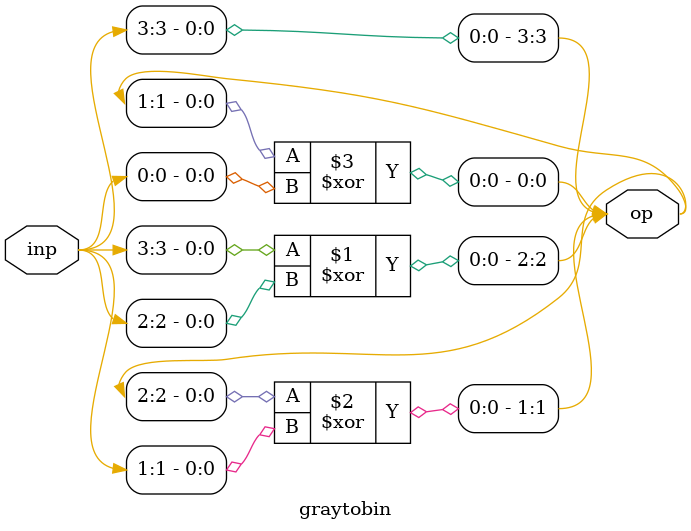
<source format=v>
`timescale 1ns / 1ps


module graytobin(
    input [3:0]inp,
    output [3:0]op
    );
    assign op[3]=inp[3];
    assign op[2]=op[3]^inp[2];
    assign op[1]=op[2]^inp[1];
    assign op[0]=op[1]^inp[0];
endmodule

</source>
